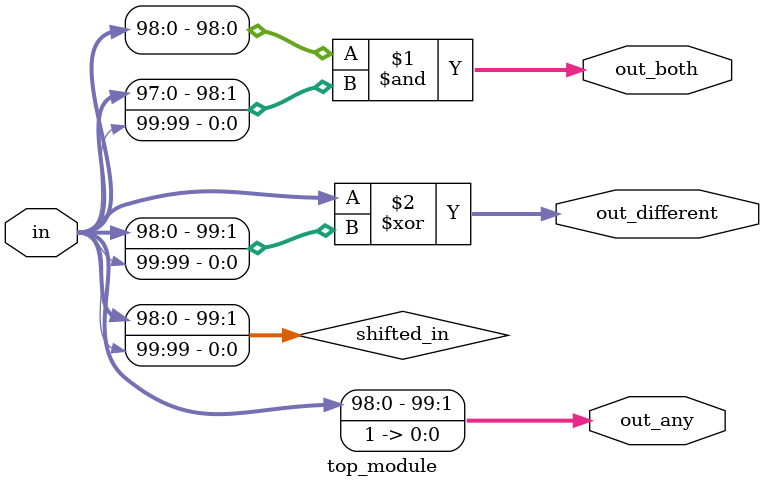
<source format=sv>
module top_module (
    input [99:0] in,
    output [98:0] out_both,
    output [99:0] out_any,
    output [99:0] out_different
);

    wire [99:0] shifted_in;
    assign shifted_in = {in[98:0], in[99]};

    assign out_both = in[98:0] & shifted_in[98:0];
    assign out_any = {in, 1'b1};
    assign out_different = in ^ shifted_in;

endmodule

</source>
